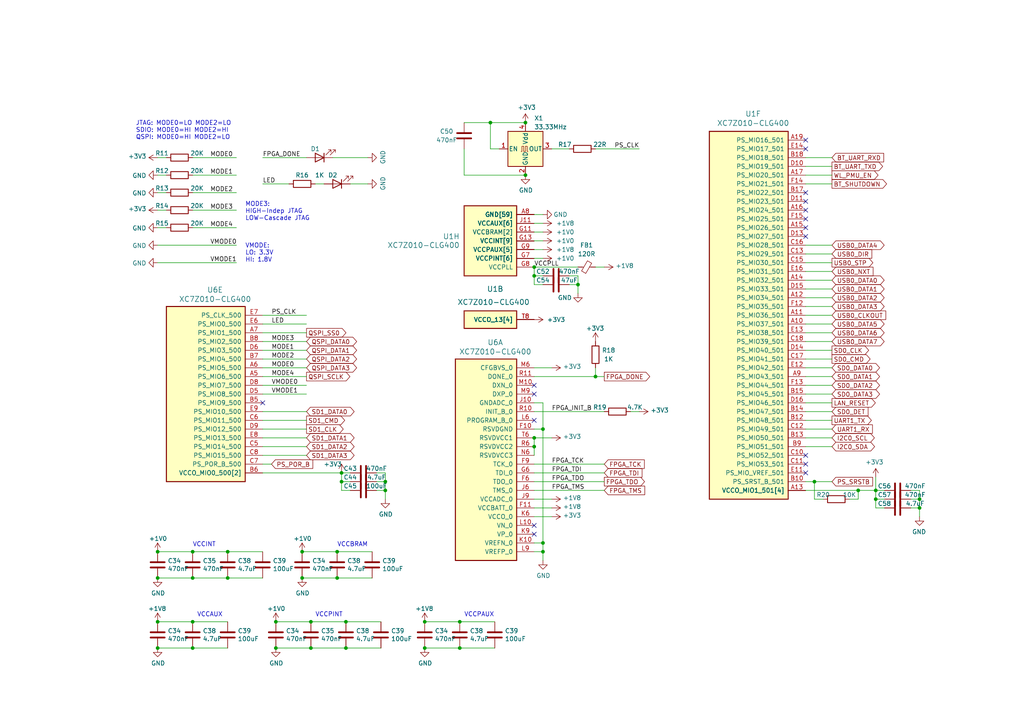
<source format=kicad_sch>
(kicad_sch (version 20230121) (generator eeschema)
  (paper "A4")
  (title_block (title "InuCal") (date "2020-06-30") (rev "R0.1") (company "Wenting Zhang") (comment 1 "zephray@outlook.com"))
  (junction (at 111.76 139.7))
  (junction (at 90.17 180.34))
  (junction (at 100.33 187.96))
  (junction (at 152.4 50.8))
  (junction (at 80.01 180.34))
  (junction (at 55.88 187.96))
  (junction (at 133.35 187.96))
  (junction (at 123.19 180.34))
  (junction (at 266.7 147.32))
  (junction (at 100.33 180.34))
  (junction (at 97.79 160.02))
  (junction (at 99.06 137.16))
  (junction (at 55.88 180.34))
  (junction (at 90.17 187.96))
  (junction (at 55.88 160.02))
  (junction (at 45.72 167.64))
  (junction (at 133.35 180.34))
  (junction (at 87.63 167.64))
  (junction (at 45.72 160.02))
  (junction (at 167.64 82.55))
  (junction (at 254 144.78))
  (junction (at 45.72 187.96))
  (junction (at 266.7 144.78))
  (junction (at 154.94 129.54))
  (junction (at 87.63 160.02))
  (junction (at 157.48 124.46))
  (junction (at 154.94 80.01))
  (junction (at 248.92 142.24))
  (junction (at 172.72 109.22))
  (junction (at 66.04 160.02))
  (junction (at 154.94 127))
  (junction (at 66.04 167.64))
  (junction (at 236.22 139.7))
  (junction (at 99.06 139.7))
  (junction (at 142.24 35.56))
  (junction (at 55.88 167.64))
  (junction (at 157.48 157.48))
  (junction (at 157.48 160.02))
  (junction (at 97.79 167.64))
  (junction (at 254 142.24))
  (junction (at 154.94 77.47))
  (junction (at 45.72 180.34))
  (junction (at 111.76 142.24))
  (junction (at 80.01 187.96))
  (junction (at 152.4 35.56))
  (junction (at 123.19 187.96))
  (no_connect (at 233.68 137.16))
  (no_connect (at 233.68 55.88))
  (no_connect (at 233.68 66.04))
  (no_connect (at 233.68 43.18))
  (no_connect (at 233.68 60.96))
  (no_connect (at 233.68 40.64))
  (no_connect (at 233.68 68.58))
  (no_connect (at 154.94 111.76))
  (no_connect (at 154.94 121.92))
  (no_connect (at 154.94 152.4))
  (no_connect (at 154.94 154.94))
  (no_connect (at 233.68 132.08))
  (no_connect (at 76.2 116.84))
  (no_connect (at 233.68 134.62))
  (no_connect (at 154.94 114.3))
  (no_connect (at 233.68 63.5))
  (no_connect (at 233.68 58.42))
  (wire (pts (xy 241.3 50.8) (xy 233.68 50.8)))
  (wire (pts (xy 241.3 96.52) (xy 233.68 96.52)))
  (wire (pts (xy 154.94 80.01) (xy 157.48 80.01)))
  (wire (pts (xy 96.52 45.72) (xy 106.68 45.72)))
  (wire (pts (xy 90.17 180.34) (xy 100.33 180.34)))
  (wire (pts (xy 266.7 142.24) (xy 266.7 144.78)))
  (wire (pts (xy 241.3 78.74) (xy 233.68 78.74)))
  (wire (pts (xy 142.24 35.56) (xy 142.24 43.18)))
  (wire (pts (xy 109.22 139.7) (xy 111.76 139.7)))
  (wire (pts (xy 99.06 139.7) (xy 99.06 137.16)))
  (wire (pts (xy 154.94 129.54) (xy 154.94 127)))
  (wire (pts (xy 80.01 187.96) (xy 90.17 187.96)))
  (wire (pts (xy 175.26 142.24) (xy 154.94 142.24)))
  (wire (pts (xy 88.9 114.3) (xy 76.2 114.3)))
  (wire (pts (xy 241.3 91.44) (xy 233.68 91.44)))
  (wire (pts (xy 154.94 62.23) (xy 157.48 62.23)))
  (wire (pts (xy 101.6 139.7) (xy 99.06 139.7)))
  (wire (pts (xy 142.24 43.18) (xy 144.78 43.18)))
  (wire (pts (xy 254 147.32) (xy 254 144.78)))
  (wire (pts (xy 80.01 180.34) (xy 90.17 180.34)))
  (wire (pts (xy 165.1 80.01) (xy 167.64 80.01)))
  (wire (pts (xy 111.76 137.16) (xy 111.76 139.7)))
  (wire (pts (xy 99.06 137.16) (xy 101.6 137.16)))
  (wire (pts (xy 154.94 77.47) (xy 167.64 77.47)))
  (wire (pts (xy 241.3 81.28) (xy 233.68 81.28)))
  (wire (pts (xy 241.3 88.9) (xy 233.68 88.9)))
  (wire (pts (xy 48.26 66.04) (xy 45.72 66.04)))
  (wire (pts (xy 241.3 73.66) (xy 233.68 73.66)))
  (wire (pts (xy 55.88 66.04) (xy 68.58 66.04)))
  (wire (pts (xy 97.79 167.64) (xy 107.95 167.64)))
  (wire (pts (xy 134.62 50.8) (xy 152.4 50.8)))
  (wire (pts (xy 157.48 116.84) (xy 157.48 124.46)))
  (wire (pts (xy 88.9 106.68) (xy 76.2 106.68)))
  (wire (pts (xy 172.72 77.47) (xy 175.26 77.47)))
  (wire (pts (xy 241.3 104.14) (xy 233.68 104.14)))
  (wire (pts (xy 76.2 119.38) (xy 88.9 119.38)))
  (wire (pts (xy 154.94 80.01) (xy 154.94 82.55)))
  (wire (pts (xy 264.16 144.78) (xy 266.7 144.78)))
  (wire (pts (xy 241.3 109.22) (xy 233.68 109.22)))
  (wire (pts (xy 241.3 119.38) (xy 233.68 119.38)))
  (wire (pts (xy 172.72 106.68) (xy 172.72 109.22)))
  (wire (pts (xy 154.94 127) (xy 160.02 127)))
  (wire (pts (xy 157.48 160.02) (xy 157.48 162.56)))
  (wire (pts (xy 133.35 187.96) (xy 143.51 187.96)))
  (wire (pts (xy 76.2 121.92) (xy 88.9 121.92)))
  (wire (pts (xy 45.72 60.96) (xy 48.26 60.96)))
  (wire (pts (xy 241.3 106.68) (xy 233.68 106.68)))
  (wire (pts (xy 76.2 45.72) (xy 88.9 45.72)))
  (wire (pts (xy 241.3 114.3) (xy 233.68 114.3)))
  (wire (pts (xy 111.76 139.7) (xy 111.76 142.24)))
  (wire (pts (xy 248.92 142.24) (xy 254 142.24)))
  (wire (pts (xy 154.94 74.93) (xy 157.48 74.93)))
  (wire (pts (xy 172.72 109.22) (xy 175.26 109.22)))
  (wire (pts (xy 123.19 180.34) (xy 133.35 180.34)))
  (wire (pts (xy 88.9 99.06) (xy 76.2 99.06)))
  (wire (pts (xy 76.2 124.46) (xy 88.9 124.46)))
  (wire (pts (xy 55.88 55.88) (xy 68.58 55.88)))
  (wire (pts (xy 233.68 139.7) (xy 236.22 139.7)))
  (wire (pts (xy 241.3 76.2) (xy 233.68 76.2)))
  (wire (pts (xy 241.3 116.84) (xy 233.68 116.84)))
  (wire (pts (xy 241.3 71.12) (xy 233.68 71.12)))
  (wire (pts (xy 123.19 187.96) (xy 133.35 187.96)))
  (wire (pts (xy 264.16 147.32) (xy 266.7 147.32)))
  (wire (pts (xy 45.72 55.88) (xy 48.26 55.88)))
  (wire (pts (xy 241.3 83.82) (xy 233.68 83.82)))
  (wire (pts (xy 90.17 187.96) (xy 100.33 187.96)))
  (wire (pts (xy 100.33 187.96) (xy 110.49 187.96)))
  (wire (pts (xy 45.72 180.34) (xy 55.88 180.34)))
  (wire (pts (xy 142.24 35.56) (xy 152.4 35.56)))
  (wire (pts (xy 254 144.78) (xy 254 142.24)))
  (wire (pts (xy 109.22 137.16) (xy 111.76 137.16)))
  (wire (pts (xy 154.94 106.68) (xy 160.02 106.68)))
  (wire (pts (xy 157.48 124.46) (xy 157.48 157.48)))
  (wire (pts (xy 175.26 139.7) (xy 154.94 139.7)))
  (wire (pts (xy 76.2 132.08) (xy 88.9 132.08)))
  (wire (pts (xy 154.94 69.85) (xy 157.48 69.85)))
  (wire (pts (xy 154.94 132.08) (xy 154.94 129.54)))
  (wire (pts (xy 111.76 142.24) (xy 111.76 144.78)))
  (wire (pts (xy 134.62 35.56) (xy 142.24 35.56)))
  (wire (pts (xy 76.2 127) (xy 88.9 127)))
  (wire (pts (xy 45.72 167.64) (xy 55.88 167.64)))
  (wire (pts (xy 254 138.43) (xy 254 142.24)))
  (wire (pts (xy 48.26 50.8) (xy 45.72 50.8)))
  (wire (pts (xy 154.94 116.84) (xy 157.48 116.84)))
  (wire (pts (xy 109.22 142.24) (xy 111.76 142.24)))
  (wire (pts (xy 45.72 187.96) (xy 55.88 187.96)))
  (wire (pts (xy 88.9 104.14) (xy 76.2 104.14)))
  (wire (pts (xy 154.94 157.48) (xy 157.48 157.48)))
  (wire (pts (xy 233.68 45.72) (xy 241.3 45.72)))
  (wire (pts (xy 101.6 53.34) (xy 106.68 53.34)))
  (wire (pts (xy 236.22 144.78) (xy 236.22 139.7)))
  (wire (pts (xy 266.7 144.78) (xy 266.7 147.32)))
  (wire (pts (xy 154.94 72.39) (xy 157.48 72.39)))
  (wire (pts (xy 241.3 101.6) (xy 233.68 101.6)))
  (wire (pts (xy 55.88 187.96) (xy 66.04 187.96)))
  (wire (pts (xy 165.1 43.18) (xy 160.02 43.18)))
  (wire (pts (xy 241.3 99.06) (xy 233.68 99.06)))
  (wire (pts (xy 233.68 124.46) (xy 241.3 124.46)))
  (wire (pts (xy 133.35 180.34) (xy 143.51 180.34)))
  (wire (pts (xy 87.63 167.64) (xy 97.79 167.64)))
  (wire (pts (xy 100.33 180.34) (xy 110.49 180.34)))
  (wire (pts (xy 154.94 124.46) (xy 157.48 124.46)))
  (wire (pts (xy 154.94 77.47) (xy 154.94 80.01)))
  (wire (pts (xy 154.94 144.78) (xy 160.02 144.78)))
  (wire (pts (xy 76.2 137.16) (xy 99.06 137.16)))
  (wire (pts (xy 88.9 109.22) (xy 76.2 109.22)))
  (wire (pts (xy 256.54 147.32) (xy 254 147.32)))
  (wire (pts (xy 45.72 160.02) (xy 55.88 160.02)))
  (wire (pts (xy 154.94 160.02) (xy 157.48 160.02)))
  (wire (pts (xy 175.26 119.38) (xy 154.94 119.38)))
  (wire (pts (xy 246.38 144.78) (xy 248.92 144.78)))
  (wire (pts (xy 88.9 91.44) (xy 76.2 91.44)))
  (wire (pts (xy 99.06 139.7) (xy 99.06 142.24)))
  (wire (pts (xy 55.88 160.02) (xy 66.04 160.02)))
  (wire (pts (xy 66.04 167.64) (xy 76.2 167.64)))
  (wire (pts (xy 175.26 137.16) (xy 154.94 137.16)))
  (wire (pts (xy 88.9 101.6) (xy 76.2 101.6)))
  (wire (pts (xy 88.9 96.52) (xy 76.2 96.52)))
  (wire (pts (xy 154.94 64.77) (xy 157.48 64.77)))
  (wire (pts (xy 55.88 180.34) (xy 66.04 180.34)))
  (wire (pts (xy 233.68 121.92) (xy 241.3 121.92)))
  (wire (pts (xy 154.94 67.31) (xy 157.48 67.31)))
  (wire (pts (xy 76.2 129.54) (xy 88.9 129.54)))
  (wire (pts (xy 76.2 134.62) (xy 78.74 134.62)))
  (wire (pts (xy 154.94 149.86) (xy 160.02 149.86)))
  (wire (pts (xy 233.68 129.54) (xy 241.3 129.54)))
  (wire (pts (xy 134.62 43.18) (xy 134.62 50.8)))
  (wire (pts (xy 241.3 93.98) (xy 233.68 93.98)))
  (wire (pts (xy 45.72 76.2) (xy 68.58 76.2)))
  (wire (pts (xy 55.88 50.8) (xy 68.58 50.8)))
  (wire (pts (xy 248.92 144.78) (xy 248.92 142.24)))
  (wire (pts (xy 233.68 53.34) (xy 241.3 53.34)))
  (wire (pts (xy 154.94 147.32) (xy 160.02 147.32)))
  (wire (pts (xy 233.68 142.24) (xy 248.92 142.24)))
  (wire (pts (xy 241.3 86.36) (xy 233.68 86.36)))
  (wire (pts (xy 87.63 160.02) (xy 97.79 160.02)))
  (wire (pts (xy 185.42 119.38) (xy 182.88 119.38)))
  (wire (pts (xy 91.44 53.34) (xy 93.98 53.34)))
  (wire (pts (xy 55.88 45.72) (xy 68.58 45.72)))
  (wire (pts (xy 167.64 80.01) (xy 167.64 82.55)))
  (wire (pts (xy 88.9 111.76) (xy 76.2 111.76)))
  (wire (pts (xy 256.54 144.78) (xy 254 144.78)))
  (wire (pts (xy 97.79 160.02) (xy 107.95 160.02)))
  (wire (pts (xy 45.72 45.72) (xy 48.26 45.72)))
  (wire (pts (xy 157.48 157.48) (xy 157.48 160.02)))
  (wire (pts (xy 76.2 53.34) (xy 83.82 53.34)))
  (wire (pts (xy 76.2 93.98) (xy 88.9 93.98)))
  (wire (pts (xy 45.72 71.12) (xy 68.58 71.12)))
  (wire (pts (xy 266.7 149.86) (xy 266.7 147.32)))
  (wire (pts (xy 264.16 142.24) (xy 266.7 142.24)))
  (wire (pts (xy 233.68 127) (xy 241.3 127)))
  (wire (pts (xy 167.64 82.55) (xy 167.64 85.09)))
  (wire (pts (xy 154.94 82.55) (xy 157.48 82.55)))
  (wire (pts (xy 233.68 48.26) (xy 241.3 48.26)))
  (wire (pts (xy 236.22 139.7) (xy 241.3 139.7)))
  (wire (pts (xy 185.42 43.18) (xy 172.72 43.18)))
  (wire (pts (xy 175.26 134.62) (xy 154.94 134.62)))
  (wire (pts (xy 241.3 111.76) (xy 233.68 111.76)))
  (wire (pts (xy 55.88 167.64) (xy 66.04 167.64)))
  (wire (pts (xy 99.06 142.24) (xy 101.6 142.24)))
  (wire (pts (xy 165.1 82.55) (xy 167.64 82.55)))
  (wire (pts (xy 238.76 144.78) (xy 236.22 144.78)))
  (wire (pts (xy 254 142.24) (xy 256.54 142.24)))
  (wire (pts (xy 154.94 109.22) (xy 172.72 109.22)))
  (wire (pts (xy 66.04 160.02) (xy 76.2 160.02)))
  (wire (pts (xy 55.88 60.96) (xy 68.58 60.96)))
  (text "VCCAUX" (at 57.15 179.07 0) (effects (font (size 1.27 1.27)) (justify left bottom)))
  (text "VCCBRAM" (at 97.79 158.75 0) (effects (font (size 1.27 1.27)) (justify left bottom)))
  (text "MODE3:\nHIGH-Indep JTAG\nLOW-Cascade JTAG" (at 71.12 64.135 0) (effects (font (size 1.27 1.27)) (justify left bottom)))
  (text "VCCPAUX" (at 134.62 179.07 0) (effects (font (size 1.27 1.27)) (justify left bottom)))
  (text "VMODE:\nLO: 3.3V\nHI: 1.8V" (at 71.12 76.2 0) (effects (font (size 1.27 1.27)) (justify left bottom)))
  (text "VCCPINT" (at 91.44 179.07 0) (effects (font (size 1.27 1.27)) (justify left bottom)))
  (text "VCCINT" (at 55.88 158.75 0) (effects (font (size 1.27 1.27)) (justify left bottom)))
  (text "JTAG: MODE0=LO MODE2=LO\nSDIO: MODE0=HI MODE2=HI\nQSPI: MODE0=HI MODE2=LO" (at 39.37 40.64 0) (effects (font (size 1.27 1.27)) (justify left bottom)))
  (label "MODE1" (at 60.96 50.8 0))
  (label "MODE0" (at 78.74 106.68 0))
  (label "MODE1" (at 78.74 101.6 0))
  (label "VMODE1" (at 78.74 114.3 0))
  (label "MODE4" (at 78.74 109.22 0))
  (label "PS_CLK" (at 185.42 43.18 180))
  (label "FPGA_TCK" (at 160.02 134.62 0))
  (label "MODE2" (at 60.96 55.88 0))
  (label "LED" (at 76.2 53.34 0))
  (label "VMODE1" (at 60.96 76.2 0))
  (label "FPGA_INIT_B" (at 160.02 119.38 0))
  (label "FPGA_TDI" (at 160.02 137.16 0))
  (label "FPGA_TDO" (at 160.02 139.7 0))
  (label "MODE2" (at 78.74 104.14 0))
  (label "VMODE0" (at 60.96 71.12 0))
  (label "VMODE0" (at 78.74 111.76 0))
  (label "FPGA_TMS" (at 160.02 142.24 0))
  (label "MODE3" (at 78.74 99.06 0))
  (label "MODE0" (at 60.96 45.72 0))
  (label "FPGA_DONE" (at 76.2 45.72 0))
  (label "MODE4" (at 60.96 66.04 0))
  (label "LED" (at 78.74 93.98 0))
  (label "PS_CLK" (at 78.74 91.44 0))
  (label "VCCPLL" (at 154.94 77.47 0))
  (label "MODE3" (at 60.96 60.96 0))
  (global_label "FPGA_TDI" (shape input) (at 175.26 137.16 0) (property "Intersheetrefs" "${INTERSHEET_REFS}" (effects hide)))
  (global_label "USB0_DIR" (shape input) (at 241.3 73.66 0) (property "Intersheetrefs" "${INTERSHEET_REFS}" (effects hide)))
  (global_label "USB0_DATA7" (shape bidirectional) (at 241.3 99.06 0) (property "Intersheetrefs" "${INTERSHEET_REFS}" (effects hide)))
  (global_label "USB0_DATA0" (shape bidirectional) (at 241.3 81.28 0) (property "Intersheetrefs" "${INTERSHEET_REFS}" (effects hide)))
  (global_label "QSPI_DATA3" (shape bidirectional) (at 88.9 106.68 0) (property "Intersheetrefs" "${INTERSHEET_REFS}" (effects hide)))
  (global_label "PS_POR_B" (shape input) (at 78.74 134.62 0) (property "Intersheetrefs" "${INTERSHEET_REFS}" (effects hide)))
  (global_label "SD1_DATA1" (shape bidirectional) (at 88.9 127 0) (property "Intersheetrefs" "${INTERSHEET_REFS}" (effects hide)))
  (global_label "SD0_CLK" (shape output) (at 241.3 101.6 0) (property "Intersheetrefs" "${INTERSHEET_REFS}" (effects hide)))
  (global_label "USB0_DATA4" (shape bidirectional) (at 241.3 71.12 0) (property "Intersheetrefs" "${INTERSHEET_REFS}" (effects hide)))
  (global_label "SD0_CMD" (shape output) (at 241.3 104.14 0) (property "Intersheetrefs" "${INTERSHEET_REFS}" (effects hide)))
  (global_label "UART1_RX" (shape input) (at 241.3 124.46 0) (property "Intersheetrefs" "${INTERSHEET_REFS}" (effects hide)))
  (global_label "QSPI_DATA2" (shape bidirectional) (at 88.9 104.14 0) (property "Intersheetrefs" "${INTERSHEET_REFS}" (effects hide)))
  (global_label "SD1_CMD" (shape output) (at 88.9 121.92 0) (property "Intersheetrefs" "${INTERSHEET_REFS}" (effects hide)))
  (global_label "FPGA_TCK" (shape input) (at 175.26 134.62 0) (property "Intersheetrefs" "${INTERSHEET_REFS}" (effects hide)))
  (global_label "FPGA_TMS" (shape input) (at 175.26 142.24 0) (property "Intersheetrefs" "${INTERSHEET_REFS}" (effects hide)))
  (global_label "QSPI_DATA0" (shape bidirectional) (at 88.9 99.06 0) (property "Intersheetrefs" "${INTERSHEET_REFS}" (effects hide)))
  (global_label "BT_UART_TXD" (shape output) (at 241.3 48.26 0) (property "Intersheetrefs" "${INTERSHEET_REFS}" (effects hide)))
  (global_label "SD1_DATA3" (shape bidirectional) (at 88.9 132.08 0) (property "Intersheetrefs" "${INTERSHEET_REFS}" (effects hide)))
  (global_label "QSPI_SCLK" (shape output) (at 88.9 109.22 0) (property "Intersheetrefs" "${INTERSHEET_REFS}" (effects hide)))
  (global_label "SD0_DATA0" (shape bidirectional) (at 241.3 106.68 0) (property "Intersheetrefs" "${INTERSHEET_REFS}" (effects hide)))
  (global_label "WL_PMU_EN" (shape output) (at 241.3 50.8 0) (property "Intersheetrefs" "${INTERSHEET_REFS}" (effects hide)))
  (global_label "USB0_DATA1" (shape bidirectional) (at 241.3 83.82 0) (property "Intersheetrefs" "${INTERSHEET_REFS}" (effects hide)))
  (global_label "USB0_DATA6" (shape bidirectional) (at 241.3 96.52 0) (property "Intersheetrefs" "${INTERSHEET_REFS}" (effects hide)))
  (global_label "FPGA_DONE" (shape output) (at 175.26 109.22 0) (property "Intersheetrefs" "${INTERSHEET_REFS}" (effects hide)))
  (global_label "USB0_STP" (shape output) (at 241.3 76.2 0) (property "Intersheetrefs" "${INTERSHEET_REFS}" (effects hide)))
  (global_label "BT_UART_RXD" (shape input) (at 241.3 45.72 0) (property "Intersheetrefs" "${INTERSHEET_REFS}" (effects hide)))
  (global_label "SD0_DATA1" (shape bidirectional) (at 241.3 109.22 0) (property "Intersheetrefs" "${INTERSHEET_REFS}" (effects hide)))
  (global_label "LAN_RESET" (shape output) (at 241.3 116.84 0) (property "Intersheetrefs" "${INTERSHEET_REFS}" (effects hide)))
  (global_label "PS_SRSTB" (shape input) (at 241.3 139.7 0) (property "Intersheetrefs" "${INTERSHEET_REFS}" (effects hide)))
  (global_label "UART1_TX" (shape output) (at 241.3 121.92 0) (property "Intersheetrefs" "${INTERSHEET_REFS}" (effects hide)))
  (global_label "SD1_DATA2" (shape bidirectional) (at 88.9 129.54 0) (property "Intersheetrefs" "${INTERSHEET_REFS}" (effects hide)))
  (global_label "QSPI_SS0" (shape output) (at 88.9 96.52 0) (property "Intersheetrefs" "${INTERSHEET_REFS}" (effects hide)))
  (global_label "USB0_DATA5" (shape bidirectional) (at 241.3 93.98 0) (property "Intersheetrefs" "${INTERSHEET_REFS}" (effects hide)))
  (global_label "I2C0_SCL" (shape bidirectional) (at 241.3 127 0) (property "Intersheetrefs" "${INTERSHEET_REFS}" (effects hide)))
  (global_label "SD1_DATA0" (shape bidirectional) (at 88.9 119.38 0) (property "Intersheetrefs" "${INTERSHEET_REFS}" (effects hide)))
  (global_label "SD1_CLK" (shape output) (at 88.9 124.46 0) (property "Intersheetrefs" "${INTERSHEET_REFS}" (effects hide)))
  (global_label "BT_SHUTDOWN" (shape output) (at 241.3 53.34 0) (property "Intersheetrefs" "${INTERSHEET_REFS}" (effects hide)))
  (global_label "USB0_DATA2" (shape bidirectional) (at 241.3 86.36 0) (property "Intersheetrefs" "${INTERSHEET_REFS}" (effects hide)))
  (global_label "SD0_DET" (shape input) (at 241.3 119.38 0) (property "Intersheetrefs" "${INTERSHEET_REFS}" (effects hide)))
  (global_label "USB0_DATA3" (shape bidirectional) (at 241.3 88.9 0) (property "Intersheetrefs" "${INTERSHEET_REFS}" (effects hide)))
  (global_label "QSPI_DATA1" (shape bidirectional) (at 88.9 101.6 0) (property "Intersheetrefs" "${INTERSHEET_REFS}" (effects hide)))
  (global_label "USB0_NXT" (shape input) (at 241.3 78.74 0) (property "Intersheetrefs" "${INTERSHEET_REFS}" (effects hide)))
  (global_label "USB0_CLKOUT" (shape input) (at 241.3 91.44 0) (property "Intersheetrefs" "${INTERSHEET_REFS}" (effects hide)))
  (global_label "FPGA_TDO" (shape output) (at 175.26 139.7 0) (property "Intersheetrefs" "${INTERSHEET_REFS}" (effects hide)))
  (global_label "I2C0_SDA" (shape bidirectional) (at 241.3 129.54 0) (property "Intersheetrefs" "${INTERSHEET_REFS}" (effects hide)))
  (global_label "SD0_DATA2" (shape bidirectional) (at 241.3 111.76 0) (property "Intersheetrefs" "${INTERSHEET_REFS}" (effects hide)))
  (global_label "SD0_DATA3" (shape bidirectional) (at 241.3 114.3 0) (property "Intersheetrefs" "${INTERSHEET_REFS}" (effects hide)))
  (symbol (lib_id "Device:LED") (at 97.79 53.34 180) (unit 1)
    (property "Reference" "D2" (at 96.52 50.8 0))
    (property "Value" "LED" (effects hide))
    (property "Footprint" "LED_SMD:LED_0603_1608Metric" (effects hide))
    (instances (project "pcb" (path "" (reference "D2") (unit 1)) (path "" (reference "D?") (unit 1))))
  )
  (symbol (lib_id "Device:R") (at 87.63 53.34 90) (unit 1)
    (property "Reference" "R16" (at 87.63 50.8 90))
    (property "Value" "1K" (at 92.71 50.8 90))
    (property "Footprint" "Resistor_SMD:R_0402_1005Metric" (effects hide))
    (instances (project "pcb" (path "" (reference "R16") (unit 1)) (path "" (reference "R?") (unit 1))))
  )
  (symbol (lib_id "power:GND") (at 106.68 53.34 90) (unit 1)
    (property "Reference" "#PWR050" (effects hide))
    (property "Value" "GND" (at 111.0742 53.213 0))
    (instances (project "pcb" (path "" (reference "#PWR050") (unit 1)) (path "" (reference "#PWR?") (unit 1))))
  )
  (symbol (lib_id "power:+3V3") (at 99.06 137.16 0) (unit 1)
    (property "Reference" "#PWR048" (effects hide))
    (property "Value" "+3V3" (at 96.52 134.62 0))
  )
  (symbol (lib_id "Device:R") (at 52.07 45.72 90) (unit 1)
    (property "Reference" "R11" (at 46.99 44.45 90))
    (property "Value" "20K" (at 57.15 44.45 90))
    (property "Footprint" "Resistor_SMD:R_0402_1005Metric" (effects hide))
  )
  (symbol (lib_id "power:+3V3") (at 45.72 45.72 90) (unit 1)
    (property "Reference" "#PWR033" (effects hide))
    (property "Value" "+3V3" (at 42.4688 45.339 90) (effects (justify left)))
  )
  (symbol (lib_id "power:+3V3") (at 160.02 106.68 270) (mirror x) (unit 1)
    (property "Reference" "#PWR064" (effects hide))
    (property "Value" "+3V3" (at 163.2712 106.299 90) (effects (justify left)))
  )
  (symbol (lib_id "Oscillator:ASE-xxxMHz") (at 152.4 43.18 0) (unit 1)
    (property "Reference" "X1" (at 154.94 34.29 0) (effects (justify left)))
    (property "Value" "33.33MHz" (at 154.94 36.83 0) (effects (justify left)))
    (property "Footprint" "Oscillator:Oscillator_SMD_Abracon_ASE-4Pin_3.2x2.5mm" (effects hide))
    (property "Datasheet" "http://www.abracon.com/Oscillators/ASV.pdf" (effects hide))
  )
  (symbol (lib_id "Device:R") (at 168.91 43.18 90) (unit 1)
    (property "Reference" "R17" (at 163.83 41.91 90))
    (property "Value" "22R" (at 173.99 41.91 90))
    (property "Footprint" "Resistor_SMD:R_0402_1005Metric" (effects hide))
  )
  (symbol (lib_id "Device:C") (at 134.62 39.37 180) (unit 1)
    (property "Reference" "C50" (at 129.54 38.1 0))
    (property "Value" "470nF" (at 129.54 40.64 0))
    (property "Footprint" "Capacitor_SMD:C_0402_1005Metric" (effects hide))
  )
  (symbol (lib_id "power:+3V3") (at 152.4 35.56 0) (unit 1)
    (property "Reference" "#PWR054" (effects hide))
    (property "Value" "+3V3" (at 152.781 31.1658 0))
  )
  (symbol (lib_id "power:GND") (at 152.4 50.8 0) (unit 1)
    (property "Reference" "#PWR055" (effects hide))
    (property "Value" "GND" (at 152.527 55.1942 0))
  )
  (symbol (lib_id "Device:C") (at 105.41 137.16 270) (unit 1)
    (property "Reference" "C43" (at 101.6 135.89 90))
    (property "Value" "470nF" (at 109.22 135.89 90))
    (property "Footprint" "Capacitor_SMD:C_0402_1005Metric" (effects hide))
  )
  (symbol (lib_id "Device:C") (at 105.41 139.7 270) (unit 1)
    (property "Reference" "C44" (at 101.6 138.43 90))
    (property "Value" "4.7uF" (at 109.22 138.43 90))
    (property "Footprint" "Capacitor_SMD:C_0603_1608Metric" (effects hide))
  )
  (symbol (lib_id "power:GND") (at 111.76 144.78 0) (unit 1)
    (property "Reference" "#PWR051" (effects hide))
    (property "Value" "GND" (at 111.887 149.1742 0))
  )
  (symbol (lib_id "symbols:XC7Z007S-CLG400") (at 76.2 91.44 0) (mirror y) (unit 5)
    (property "Reference" "U6" (at 62.3824 84.074 0) (effects (font (size 1.524 1.524))))
    (property "Value" "XC7Z010-CLG400" (at 62.3824 86.7664 0) (effects (font (size 1.524 1.524))))
    (property "Footprint" "Package_BGA:Xilinx_CLG400" (effects hide))
    (property "desc" "xc7z007sclg400" (effects hide))
  )
  (symbol (lib_id "Device:R") (at 52.07 50.8 90) (unit 1)
    (property "Reference" "R12" (at 46.99 49.53 90))
    (property "Value" "20K" (at 57.15 49.53 90))
    (property "Footprint" "Resistor_SMD:R_0402_1005Metric" (effects hide))
  )
  (symbol (lib_id "power:GND") (at 45.72 50.8 270) (unit 1)
    (property "Reference" "#PWR034" (effects hide))
    (property "Value" "GND" (at 42.4688 50.927 90) (effects (justify right)))
  )
  (symbol (lib_id "Device:R") (at 52.07 55.88 90) (unit 1)
    (property "Reference" "R13" (at 46.99 54.61 90))
    (property "Value" "20K" (at 57.15 54.61 90))
    (property "Footprint" "Resistor_SMD:R_0402_1005Metric" (effects hide))
  )
  (symbol (lib_id "power:GND") (at 45.72 55.88 270) (unit 1)
    (property "Reference" "#PWR035" (effects hide))
    (property "Value" "GND" (at 42.4688 56.007 90) (effects (justify right)))
  )
  (symbol (lib_id "Device:R") (at 52.07 60.96 90) (unit 1)
    (property "Reference" "R14" (at 46.99 59.69 90))
    (property "Value" "20K" (at 57.15 59.69 90))
    (property "Footprint" "Resistor_SMD:R_0402_1005Metric" (effects hide))
  )
  (symbol (lib_id "power:+3V3") (at 45.72 60.96 90) (unit 1)
    (property "Reference" "#PWR036" (effects hide))
    (property "Value" "+3V3" (at 42.4688 60.579 90) (effects (justify left)))
  )
  (symbol (lib_id "Device:R") (at 52.07 66.04 90) (unit 1)
    (property "Reference" "R15" (at 46.99 64.77 90))
    (property "Value" "20K" (at 57.15 64.77 90))
    (property "Footprint" "Resistor_SMD:R_0402_1005Metric" (effects hide))
  )
  (symbol (lib_id "power:GND") (at 45.72 66.04 270) (unit 1)
    (property "Reference" "#PWR037" (effects hide))
    (property "Value" "GND" (at 42.4688 66.167 90) (effects (justify right)))
  )
  (symbol (lib_id "power:GND") (at 45.72 71.12 270) (unit 1)
    (property "Reference" "#PWR038" (effects hide))
    (property "Value" "GND" (at 42.4688 71.247 90) (effects (justify right)))
  )
  (symbol (lib_id "power:GND") (at 45.72 76.2 270) (unit 1)
    (property "Reference" "#PWR039" (effects hide))
    (property "Value" "GND" (at 42.4688 76.327 90) (effects (justify right)))
  )
  (symbol (lib_id "symbols:XC7Z007S-CLG400") (at 154.94 106.68 0) (mirror y) (unit 1)
    (property "Reference" "U6" (at 143.6624 99.314 0) (effects (font (size 1.524 1.524))))
    (property "Value" "XC7Z010-CLG400" (at 143.6624 102.0064 0) (effects (font (size 1.524 1.524))))
    (property "Footprint" "Package_BGA:Xilinx_CLG400" (effects hide))
    (property "desc" "xc7z007sclg400" (effects hide))
  )
  (symbol (lib_id "Device:R") (at 172.72 102.87 0) (mirror y) (unit 1)
    (property "Reference" "R18" (at 176.53 101.6 0))
    (property "Value" "1K" (at 176.53 104.14 0))
    (property "Footprint" "Resistor_SMD:R_0402_1005Metric" (effects hide))
  )
  (symbol (lib_id "power:+3V3") (at 172.72 99.06 0) (mirror y) (unit 1)
    (property "Reference" "#PWR070" (effects hide))
    (property "Value" "+3V3" (at 175.26 95.25 0) (effects (justify left)))
  )
  (symbol (lib_id "Device:R") (at 179.07 119.38 270) (mirror x) (unit 1)
    (property "Reference" "R19" (at 173.99 118.11 90))
    (property "Value" "4.7K" (at 184.15 118.11 90))
    (property "Footprint" "Resistor_SMD:R_0402_1005Metric" (effects hide))
  )
  (symbol (lib_id "power:+3V3") (at 185.42 119.38 270) (mirror x) (unit 1)
    (property "Reference" "#PWR072" (effects hide))
    (property "Value" "+3V3" (at 188.6712 118.999 90) (effects (justify left)))
  )
  (symbol (lib_id "power:+3V3") (at 160.02 127 270) (mirror x) (unit 1)
    (property "Reference" "#PWR065" (effects hide))
    (property "Value" "+3V3" (at 163.2712 126.619 90) (effects (justify left)))
  )
  (symbol (lib_id "power:GND") (at 157.48 162.56 0) (unit 1)
    (property "Reference" "#PWR063" (effects hide))
    (property "Value" "GND" (at 157.607 166.9542 0))
  )
  (symbol (lib_id "power:+1V8") (at 160.02 144.78 270) (mirror x) (unit 1)
    (property "Reference" "#PWR066" (effects hide))
    (property "Value" "+1V8" (at 163.2712 144.399 90) (effects (justify left)))
  )
  (symbol (lib_id "power:+1V8") (at 160.02 147.32 270) (mirror x) (unit 1)
    (property "Reference" "#PWR067" (effects hide))
    (property "Value" "+1V8" (at 163.2712 146.939 90) (effects (justify left)))
  )
  (symbol (lib_id "power:+3V3") (at 160.02 149.86 270) (mirror x) (unit 1)
    (property "Reference" "#PWR068" (effects hide))
    (property "Value" "+3V3" (at 163.2712 149.479 90) (effects (justify left)))
  )
  (symbol (lib_id "Device:C") (at 87.63 163.83 0) (unit 1)
    (property "Reference" "C34" (at 90.551 162.6616 0) (effects (justify left)))
    (property "Value" "470nF" (at 90.551 164.973 0) (effects (justify left)))
    (property "Footprint" "Capacitor_SMD:C_0402_1005Metric" (effects hide))
    (instances (project "pcb" (path "" (reference "C34") (unit 1)) (path "" (reference "C39") (unit 1))))
  )
  (symbol (lib_id "Device:C") (at 143.51 184.15 0) (unit 1)
    (property "Reference" "C39" (at 146.431 182.9816 0) (effects (justify left)))
    (property "Value" "100uF" (at 146.431 185.293 0) (effects (justify left)))
    (property "Footprint" "Capacitor_SMD:C_0805_2012Metric" (effects hide))
    (instances (project "pcb" (path "" (reference "C39") (unit 1)) (path "" (reference "C51") (unit 1))))
  )
  (symbol (lib_id "power:GND") (at 45.72 167.64 0) (unit 1)
    (property "Reference" "#PWR056" (effects hide))
    (property "Value" "GND" (at 45.847 172.0342 0))
    (instances (project "pcb" (path "" (reference "#PWR056") (unit 1)) (path "" (reference "#PWR041") (unit 1))))
  )
  (symbol (lib_id "Device:C") (at 66.04 184.15 0) (unit 1)
    (property "Reference" "C39" (at 68.961 182.9816 0) (effects (justify left)))
    (property "Value" "100uF" (at 68.961 185.293 0) (effects (justify left)))
    (property "Footprint" "Capacitor_SMD:C_0805_2012Metric" (effects hide))
    (instances (project "pcb" (path "" (reference "C39") (unit 1)) (path "" (reference "C36") (unit 1))))
  )
  (symbol (lib_id "power:GND") (at 87.63 167.64 0) (unit 1)
    (property "Reference" "#PWR056" (effects hide))
    (property "Value" "GND" (at 87.757 172.0342 0))
    (instances (project "pcb" (path "" (reference "#PWR056") (unit 1)) (path "" (reference "#PWR047") (unit 1))))
  )
  (symbol (lib_id "Device:LED") (at 92.71 45.72 180) (unit 1)
    (property "Reference" "D1" (at 91.44 43.18 0))
    (property "Value" "LED" (effects hide))
    (property "Footprint" "LED_SMD:LED_0603_1608Metric" (effects hide))
    (instances (project "pcb" (path "" (reference "D1") (unit 1)) (path "" (reference "D?") (unit 1))))
  )
  (symbol (lib_id "Device:C") (at 55.88 163.83 0) (unit 1)
    (property "Reference" "C35" (at 58.801 162.6616 0) (effects (justify left)))
    (property "Value" "470nF" (at 58.801 164.973 0) (effects (justify left)))
    (property "Footprint" "Capacitor_SMD:C_0402_1005Metric" (effects hide))
    (instances (project "pcb" (path "" (reference "C35") (unit 1)) (path "" (reference "C33") (unit 1))))
  )
  (symbol (lib_id "symbols:XC7Z007S-CLG400") (at 154.94 62.23 0) (mirror y) (unit 8)
    (property "Reference" "U1" (at 133.35 68.58 0) (effects (font (size 1.524 1.524)) (justify left)))
    (property "Value" "XC7Z010-CLG400" (at 133.35 71.12 0) (effects (font (size 1.524 1.524)) (justify left)))
    (property "Footprint" "Package_BGA:Xilinx_CLG400" (effects hide))
    (property "desc" "xc7z007sclg400" (effects hide))
    (instances (project "pcb" (path "" (reference "U1") (unit 8)) (path "" (reference "U6") (unit 8))))
  )
  (symbol (lib_id "power:+1V0") (at 80.01 180.34 0) (unit 1)
    (property "Reference" "#PWR044" (effects hide))
    (property "Value" "+1V0" (at 77.47 176.53 0) (effects (justify left)))
  )
  (symbol (lib_id "Device:R") (at 242.57 144.78 270) (mirror x) (unit 1)
    (property "Reference" "R20" (at 238.76 143.51 90))
    (property "Value" "10K" (at 246.38 143.51 90))
    (property "Footprint" "Resistor_SMD:R_0402_1005Metric" (effects hide))
    (instances (project "pcb" (path "" (reference "R20") (unit 1)) (path "" (reference "R31") (unit 1))))
  )
  (symbol (lib_id "Device:C") (at 107.95 163.83 0) (unit 1)
    (property "Reference" "C39" (at 110.871 162.6616 0) (effects (justify left)))
    (property "Value" "100uF" (at 110.871 164.973 0) (effects (justify left)))
    (property "Footprint" "Capacitor_SMD:C_0805_2012Metric" (effects hide))
    (instances (project "pcb" (path "" (reference "C39") (unit 1)) (path "" (reference "C46") (unit 1))))
  )
  (symbol (lib_id "power:+1V8") (at 123.19 180.34 0) (mirror y) (unit 1)
    (property "Reference" "#PWR052" (effects hide))
    (property "Value" "+1V8" (at 125.73 176.53 0) (effects (justify left)))
  )
  (symbol (lib_id "Device:FerriteBead_Small") (at 170.18 77.47 90) (unit 1)
    (property "Reference" "FB1" (at 170.1419 71.12 90))
    (property "Value" "120R" (at 170.1419 73.66 90))
    (property "Footprint" "Resistor_SMD:R_0402_1005Metric" (effects hide))
  )
  (symbol (lib_id "Device:C") (at 45.72 184.15 0) (unit 1)
    (property "Reference" "C34" (at 48.641 182.9816 0) (effects (justify left)))
    (property "Value" "470nF" (at 48.641 185.293 0) (effects (justify left)))
    (property "Footprint" "Capacitor_SMD:C_0402_1005Metric" (effects hide))
    (instances (project "pcb" (path "" (reference "C34") (unit 1)) (path "" (reference "C32") (unit 1))))
  )
  (symbol (lib_id "power:GND") (at 45.72 187.96 0) (unit 1)
    (property "Reference" "#PWR056" (effects hide))
    (property "Value" "GND" (at 45.847 192.3542 0))
    (instances (project "pcb" (path "" (reference "#PWR056") (unit 1)) (path "" (reference "#PWR043") (unit 1))))
  )
  (symbol (lib_id "Device:C") (at 260.35 147.32 90) (mirror x) (unit 1)
    (property "Reference" "C58" (at 256.54 146.05 90))
    (property "Value" "4.7uF" (at 265.43 146.05 90))
    (property "Footprint" "Capacitor_SMD:C_0603_1608Metric" (effects hide))
    (instances (project "pcb" (path "" (reference "C58") (unit 1)) (path "" (reference "C8") (unit 1))))
  )
  (symbol (lib_id "power:GND") (at 167.64 85.09 0) (unit 1)
    (property "Reference" "#PWR069" (effects hide))
    (property "Value" "GND" (at 163.83 86.36 0))
    (instances (project "pcb" (path "" (reference "#PWR069") (unit 1))) (project "pcb" (path "" (reference "#PWR0119") (unit 1))))
  )
  (symbol (lib_id "power:+1V0") (at 157.48 69.85 270) (unit 1)
    (property "Reference" "#PWR060" (effects hide))
    (property "Value" "+1V0" (at 161.29 69.85 90) (effects (justify left)))
  )
  (symbol (lib_id "power:GND") (at 80.01 187.96 0) (unit 1)
    (property "Reference" "#PWR056" (effects hide))
    (property "Value" "GND" (at 80.137 192.3542 0))
    (instances (project "pcb" (path "" (reference "#PWR056") (unit 1)) (path "" (reference "#PWR045") (unit 1))))
  )
  (symbol (lib_id "Device:C") (at 55.88 184.15 0) (unit 1)
    (property "Reference" "C38" (at 58.801 182.9816 0) (effects (justify left)))
    (property "Value" "4.7uF" (at 58.801 185.293 0) (effects (justify left)))
    (property "Footprint" "Capacitor_SMD:C_0603_1608Metric" (effects hide))
    (instances (project "pcb" (path "" (reference "C38") (unit 1)) (path "" (reference "C34") (unit 1))))
  )
  (symbol (lib_id "Device:C") (at 90.17 184.15 0) (unit 1)
    (property "Reference" "C35" (at 93.091 182.9816 0) (effects (justify left)))
    (property "Value" "470nF" (at 93.091 185.293 0) (effects (justify left)))
    (property "Footprint" "Capacitor_SMD:C_0402_1005Metric" (effects hide))
    (instances (project "pcb" (path "" (reference "C35") (unit 1)) (path "" (reference "C40") (unit 1))))
  )
  (symbol (lib_id "power:+1V0") (at 157.48 67.31 270) (unit 1)
    (property "Reference" "#PWR059" (effects hide))
    (property "Value" "+1V0" (at 161.29 67.31 90) (effects (justify left)))
  )
  (symbol (lib_id "Device:C") (at 133.35 184.15 0) (unit 1)
    (property "Reference" "C38" (at 136.271 182.9816 0) (effects (justify left)))
    (property "Value" "4.7uF" (at 136.271 185.293 0) (effects (justify left)))
    (property "Footprint" "Capacitor_SMD:C_0603_1608Metric" (effects hide))
    (instances (project "pcb" (path "" (reference "C38") (unit 1)) (path "" (reference "C49") (unit 1))))
  )
  (symbol (lib_id "power:GND") (at 266.7 149.86 0) (mirror y) (unit 1)
    (property "Reference" "#PWR074" (effects hide))
    (property "Value" "GND" (at 266.573 154.2542 0))
    (instances (project "pcb" (path "" (reference "#PWR074") (unit 1)) (path "" (reference "#PWR027") (unit 1))))
  )
  (symbol (lib_id "symbols:XC7Z007S-CLG400") (at 154.94 92.71 0) (mirror y) (unit 2)
    (property "Reference" "U1" (at 146.05 83.82 0) (effects (font (size 1.524 1.524)) (justify left)))
    (property "Value" "XC7Z010-CLG400" (at 153.67 87.63 0) (effects (font (size 1.524 1.524)) (justify left)))
    (property "Footprint" "Package_BGA:Xilinx_CLG400" (effects hide))
    (property "desc" "xc7z007sclg400" (effects hide))
    (instances (project "pcb" (path "" (reference "U1") (unit 2)) (path "" (reference "U6") (unit 2))))
  )
  (symbol (lib_id "power:GND") (at 123.19 187.96 0) (unit 1)
    (property "Reference" "#PWR056" (effects hide))
    (property "Value" "GND" (at 123.317 192.3542 0))
    (instances (project "pcb" (path "" (reference "#PWR056") (unit 1)) (path "" (reference "#PWR053") (unit 1))))
  )
  (symbol (lib_id "power:+1V8") (at 175.26 77.47 270) (mirror x) (unit 1)
    (property "Reference" "#PWR071" (effects hide))
    (property "Value" "+1V8" (at 178.5112 77.089 90) (effects (justify left)))
  )
  (symbol (lib_id "power:+1V8") (at 157.48 72.39 270) (mirror x) (unit 1)
    (property "Reference" "#PWR061" (effects hide))
    (property "Value" "+1V8" (at 161.29 72.39 90) (effects (justify left)))
  )
  (symbol (lib_id "Device:C") (at 100.33 184.15 0) (unit 1)
    (property "Reference" "C38" (at 103.251 182.9816 0) (effects (justify left)))
    (property "Value" "4.7uF" (at 103.251 185.293 0) (effects (justify left)))
    (property "Footprint" "Capacitor_SMD:C_0603_1608Metric" (effects hide))
    (instances (project "pcb" (path "" (reference "C38") (unit 1)) (path "" (reference "C42") (unit 1))))
  )
  (symbol (lib_id "power:+3V3") (at 154.94 92.71 270) (unit 1)
    (property "Reference" "#PWR056" (effects hide))
    (property "Value" "+3V3" (at 161.29 92.71 90))
  )
  (symbol (lib_id "power:+1V0") (at 87.63 160.02 0) (unit 1)
    (property "Reference" "#PWR046" (effects hide))
    (property "Value" "+1V0" (at 85.09 156.21 0) (effects (justify left)))
  )
  (symbol (lib_id "power:+3V3") (at 254 138.43 0) (mirror y) (unit 1)
    (property "Reference" "#PWR073" (effects hide))
    (property "Value" "+3V3" (at 253.619 134.0358 0))
    (instances (project "pcb" (path "" (reference "#PWR073") (unit 1)) (path "" (reference "#PWR026") (unit 1))))
  )
  (symbol (lib_id "power:+1V0") (at 157.48 74.93 270) (unit 1)
    (property "Reference" "#PWR062" (effects hide))
    (property "Value" "+1V0" (at 161.29 74.93 90) (effects (justify left)))
  )
  (symbol (lib_id "power:+1V8") (at 157.48 64.77 270) (mirror x) (unit 1)
    (property "Reference" "#PWR058" (effects hide))
    (property "Value" "+1V8" (at 161.29 64.77 90) (effects (justify left)))
  )
  (symbol (lib_id "symbols:XC7Z007S-CLG400") (at 233.68 40.64 0) (mirror y) (unit 6)
    (property "Reference" "U1" (at 218.44 33.02 0) (effects (font (size 1.524 1.524))))
    (property "Value" "XC7Z010-CLG400" (at 218.44 35.7124 0) (effects (font (size 1.524 1.524))))
    (property "Footprint" "Package_BGA:Xilinx_CLG400" (effects hide))
    (property "desc" "xc7z007sclg400" (effects hide))
    (instances (project "pcb" (path "" (reference "U1") (unit 6)) (path "" (reference "U6") (unit 6))))
  )
  (symbol (lib_id "power:GND") (at 157.48 62.23 90) (unit 1)
    (property "Reference" "#PWR057" (effects hide))
    (property "Value" "GND" (at 162.56 62.23 90))
    (instances (project "pcb" (path "" (reference "#PWR057") (unit 1))) (project "pcb" (path "" (reference "#PWR0119") (unit 1))))
  )
  (symbol (lib_id "Device:C") (at 80.01 184.15 0) (unit 1)
    (property "Reference" "C34" (at 82.931 182.9816 0) (effects (justify left)))
    (property "Value" "470nF" (at 82.931 185.293 0) (effects (justify left)))
    (property "Footprint" "Capacitor_SMD:C_0402_1005Metric" (effects hide))
    (instances (project "pcb" (path "" (reference "C34") (unit 1)) (path "" (reference "C38") (unit 1))))
  )
  (symbol (lib_id "Device:C") (at 260.35 144.78 90) (mirror x) (unit 1)
    (property "Reference" "C57" (at 256.54 143.51 90))
    (property "Value" "470nF" (at 265.43 143.51 90))
    (property "Footprint" "Capacitor_SMD:C_0402_1005Metric" (effects hide))
    (instances (project "pcb" (path "" (reference "C57") (unit 1)) (path "" (reference "C7") (unit 1))))
  )
  (symbol (lib_id "Device:C") (at 260.35 142.24 90) (mirror x) (unit 1)
    (property "Reference" "C56" (at 256.54 140.97 90))
    (property "Value" "470nF" (at 265.43 140.97 90))
    (property "Footprint" "Capacitor_SMD:C_0402_1005Metric" (effects hide))
    (instances (project "pcb" (path "" (reference "C56") (unit 1)) (path "" (reference "C6") (unit 1))))
  )
  (symbol (lib_id "Device:C") (at 45.72 163.83 0) (unit 1)
    (property "Reference" "C34" (at 48.641 162.6616 0) (effects (justify left)))
    (property "Value" "470nF" (at 48.641 164.973 0) (effects (justify left)))
    (property "Footprint" "Capacitor_SMD:C_0402_1005Metric" (effects hide))
    (instances (project "pcb" (path "" (reference "C34") (unit 1)) (path "" (reference "C31") (unit 1))))
  )
  (symbol (lib_id "Device:C") (at 97.79 163.83 0) (unit 1)
    (property "Reference" "C38" (at 100.711 162.6616 0) (effects (justify left)))
    (property "Value" "4.7uF" (at 100.711 164.973 0) (effects (justify left)))
    (property "Footprint" "Capacitor_SMD:C_0603_1608Metric" (effects hide))
    (instances (project "pcb" (path "" (reference "C38") (unit 1)) (path "" (reference "C41") (unit 1))))
  )
  (symbol (lib_id "Device:C") (at 110.49 184.15 0) (unit 1)
    (property "Reference" "C39" (at 113.411 182.9816 0) (effects (justify left)))
    (property "Value" "100uF" (at 113.411 185.293 0) (effects (justify left)))
    (property "Footprint" "Capacitor_SMD:C_0805_2012Metric" (effects hide))
    (instances (project "pcb" (path "" (reference "C39") (unit 1)) (path "" (reference "C47") (unit 1))))
  )
  (symbol (lib_id "Device:C") (at 66.04 163.83 0) (unit 1)
    (property "Reference" "C38" (at 68.961 162.6616 0) (effects (justify left)))
    (property "Value" "4.7uF" (at 68.961 164.973 0) (effects (justify left)))
    (property "Footprint" "Capacitor_SMD:C_0603_1608Metric" (effects hide))
    (instances (project "pcb" (path "" (reference "C38") (unit 1)) (path "" (reference "C35") (unit 1))))
  )
  (symbol (lib_id "Device:C") (at 161.29 80.01 270) (unit 1)
    (property "Reference" "C52" (at 157.48 78.74 90))
    (property "Value" "470nF" (at 165.1 78.74 90))
    (property "Footprint" "Capacitor_SMD:C_0402_1005Metric" (effects hide))
  )
  (symbol (lib_id "power:+1V0") (at 45.72 160.02 0) (unit 1)
    (property "Reference" "#PWR040" (effects hide))
    (property "Value" "+1V0" (at 43.18 156.21 0) (effects (justify left)))
  )
  (symbol (lib_id "Device:C") (at 76.2 163.83 0) (unit 1)
    (property "Reference" "C39" (at 79.121 162.6616 0) (effects (justify left)))
    (property "Value" "100uF" (at 79.121 164.973 0) (effects (justify left)))
    (property "Footprint" "Capacitor_SMD:C_0805_2012Metric" (effects hide))
    (instances (project "pcb" (path "" (reference "C39") (unit 1)) (path "" (reference "C37") (unit 1))))
  )
  (symbol (lib_id "Device:C") (at 105.41 142.24 270) (unit 1)
    (property "Reference" "C45" (at 101.6 140.97 90))
    (property "Value" "100uF" (at 109.22 140.97 90))
    (property "Footprint" "Capacitor_SMD:C_0805_2012Metric" (effects hide))
  )
  (symbol (lib_id "power:+1V8") (at 45.72 180.34 0) (mirror y) (unit 1)
    (property "Reference" "#PWR042" (effects hide))
    (property "Value" "+1V8" (at 48.26 176.53 0) (effects (justify left)))
  )
  (symbol (lib_id "Device:C") (at 161.29 82.55 270) (unit 1)
    (property "Reference" "C54" (at 157.48 81.28 90))
    (property "Value" "47uF" (at 165.1 81.28 90))
    (property "Footprint" "Capacitor_SMD:C_0805_2012Metric" (effects hide))
  )
  (symbol (lib_id "Device:C") (at 123.19 184.15 0) (unit 1)
    (property "Reference" "C34" (at 126.111 182.9816 0) (effects (justify left)))
    (property "Value" "470nF" (at 126.111 185.293 0) (effects (justify left)))
    (property "Footprint" "Capacitor_SMD:C_0402_1005Metric" (effects hide))
    (instances (project "pcb" (path "" (reference "C34") (unit 1)) (path "" (reference "C48") (unit 1))))
  )
  (symbol (lib_id "power:GND") (at 106.68 45.72 90) (unit 1)
    (property "Reference" "#PWR049" (effects hide))
    (property "Value" "GND" (at 111.0742 45.593 0))
    (instances (project "pcb" (path "" (reference "#PWR049") (unit 1)) (path "" (reference "#PWR?") (unit 1))))
  )
)
</source>
